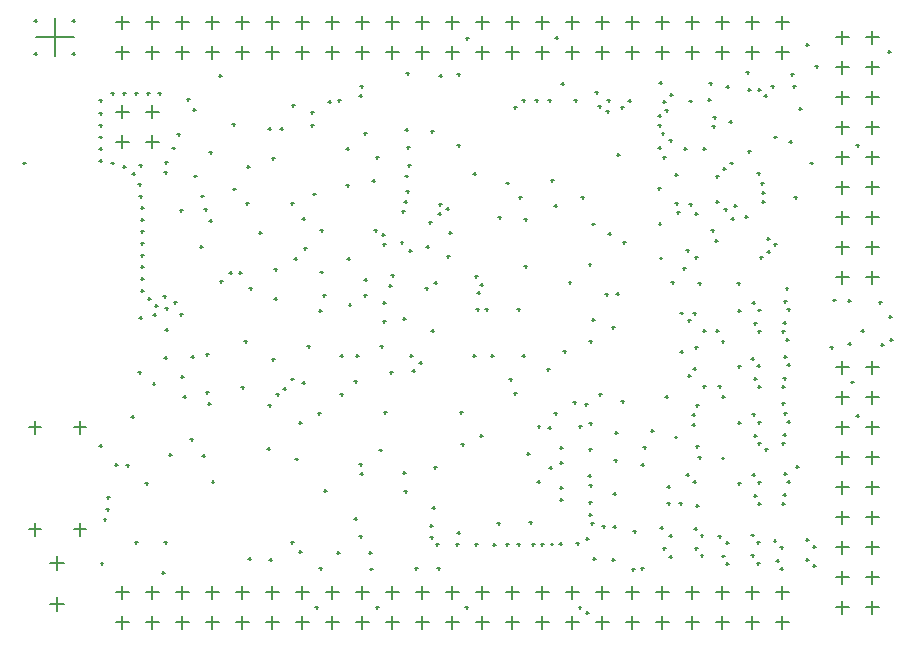
<source format=gbr>
%TF.GenerationSoftware,Altium Limited,Altium Designer,22.9.1 (49)*%
G04 Layer_Color=128*
%FSLAX45Y45*%
%MOMM*%
%TF.SameCoordinates,1DF69D78-5120-4B12-B4B9-43D88C5B1DD9*%
%TF.FilePolarity,Positive*%
%TF.FileFunction,Drillmap*%
%TF.Part,Single*%
G01*
G75*
%TA.AperFunction,NonConductor*%
%ADD684C,0.12700*%
D684*
X8073000Y2349500D02*
X8183000D01*
X8128000Y2294500D02*
Y2404500D01*
X8073000Y2095500D02*
X8183000D01*
X8128000Y2040500D02*
Y2150500D01*
X8073000Y1841500D02*
X8183000D01*
X8128000Y1786500D02*
Y1896500D01*
X8073000Y1587500D02*
X8183000D01*
X8128000Y1532500D02*
Y1642500D01*
X8073000Y1333500D02*
X8183000D01*
X8128000Y1278500D02*
Y1388500D01*
X8073000Y1079500D02*
X8183000D01*
X8128000Y1024500D02*
Y1134500D01*
X8073000Y825500D02*
X8183000D01*
X8128000Y770500D02*
Y880500D01*
X8327000Y2349500D02*
X8437000D01*
X8382000Y2294500D02*
Y2404500D01*
X8327000Y2095500D02*
X8437000D01*
X8382000Y2040500D02*
Y2150500D01*
X8327000Y1841500D02*
X8437000D01*
X8382000Y1786500D02*
Y1896500D01*
X8327000Y1587500D02*
X8437000D01*
X8382000Y1532500D02*
Y1642500D01*
X8327000Y1333500D02*
X8437000D01*
X8382000Y1278500D02*
Y1388500D01*
X8327000Y1079500D02*
X8437000D01*
X8382000Y1024500D02*
Y1134500D01*
X8327000Y825500D02*
X8437000D01*
X8382000Y770500D02*
Y880500D01*
X8073000Y571500D02*
X8183000D01*
X8128000Y516500D02*
Y626500D01*
X8073000Y317500D02*
X8183000D01*
X8128000Y262500D02*
Y372500D01*
X8327000Y571500D02*
X8437000D01*
X8382000Y516500D02*
Y626500D01*
X8327000Y317500D02*
X8437000D01*
X8382000Y262500D02*
Y372500D01*
X8073000Y5143500D02*
X8183000D01*
X8128000Y5088500D02*
Y5198500D01*
X8073000Y4889500D02*
X8183000D01*
X8128000Y4834500D02*
Y4944500D01*
X8073000Y4635500D02*
X8183000D01*
X8128000Y4580500D02*
Y4690500D01*
X8073000Y4381500D02*
X8183000D01*
X8128000Y4326500D02*
Y4436500D01*
X8073000Y4127500D02*
X8183000D01*
X8128000Y4072500D02*
Y4182500D01*
X8073000Y3873500D02*
X8183000D01*
X8128000Y3818500D02*
Y3928500D01*
X8073000Y3619500D02*
X8183000D01*
X8128000Y3564500D02*
Y3674500D01*
X8327000Y5143500D02*
X8437000D01*
X8382000Y5088500D02*
Y5198500D01*
X8327000Y4889500D02*
X8437000D01*
X8382000Y4834500D02*
Y4944500D01*
X8327000Y4635500D02*
X8437000D01*
X8382000Y4580500D02*
Y4690500D01*
X8327000Y4381500D02*
X8437000D01*
X8382000Y4326500D02*
Y4436500D01*
X8327000Y4127500D02*
X8437000D01*
X8382000Y4072500D02*
Y4182500D01*
X8327000Y3873500D02*
X8437000D01*
X8382000Y3818500D02*
Y3928500D01*
X8327000Y3619500D02*
X8437000D01*
X8382000Y3564500D02*
Y3674500D01*
X8073000Y3365500D02*
X8183000D01*
X8128000Y3310500D02*
Y3420500D01*
X8073000Y3111500D02*
X8183000D01*
X8128000Y3056500D02*
Y3166500D01*
X8327000Y3365500D02*
X8437000D01*
X8382000Y3310500D02*
Y3420500D01*
X8327000Y3111500D02*
X8437000D01*
X8382000Y3056500D02*
Y3166500D01*
X1977000Y190500D02*
X2087000D01*
X2032000Y135500D02*
Y245500D01*
X2231000Y190500D02*
X2341000D01*
X2286000Y135500D02*
Y245500D01*
X2485000Y190500D02*
X2595000D01*
X2540000Y135500D02*
Y245500D01*
X2739000Y190500D02*
X2849000D01*
X2794000Y135500D02*
Y245500D01*
X2993000Y190500D02*
X3103000D01*
X3048000Y135500D02*
Y245500D01*
X3247000Y190500D02*
X3357000D01*
X3302000Y135500D02*
Y245500D01*
X3501000Y190500D02*
X3611000D01*
X3556000Y135500D02*
Y245500D01*
X3755000Y190500D02*
X3865000D01*
X3810000Y135500D02*
Y245500D01*
X4009000Y190500D02*
X4119000D01*
X4064000Y135500D02*
Y245500D01*
X4263000Y190500D02*
X4373000D01*
X4318000Y135500D02*
Y245500D01*
X4517000Y190500D02*
X4627000D01*
X4572000Y135500D02*
Y245500D01*
X4771000Y190500D02*
X4881000D01*
X4826000Y135500D02*
Y245500D01*
X5025000Y190500D02*
X5135000D01*
X5080000Y135500D02*
Y245500D01*
X5279000Y190500D02*
X5389000D01*
X5334000Y135500D02*
Y245500D01*
X5533000Y190500D02*
X5643000D01*
X5588000Y135500D02*
Y245500D01*
X5787000Y190500D02*
X5897000D01*
X5842000Y135500D02*
Y245500D01*
X6041000Y190500D02*
X6151000D01*
X6096000Y135500D02*
Y245500D01*
X6295000Y190500D02*
X6405000D01*
X6350000Y135500D02*
Y245500D01*
X6549000Y190500D02*
X6659000D01*
X6604000Y135500D02*
Y245500D01*
X6803000Y190500D02*
X6913000D01*
X6858000Y135500D02*
Y245500D01*
X7057000Y190500D02*
X7167000D01*
X7112000Y135500D02*
Y245500D01*
X7311000Y190500D02*
X7421000D01*
X7366000Y135500D02*
Y245500D01*
X7565000Y190500D02*
X7675000D01*
X7620000Y135500D02*
Y245500D01*
X1977000Y444500D02*
X2087000D01*
X2032000Y389500D02*
Y499500D01*
X2231000Y444500D02*
X2341000D01*
X2286000Y389500D02*
Y499500D01*
X2485000Y444500D02*
X2595000D01*
X2540000Y389500D02*
Y499500D01*
X2739000Y444500D02*
X2849000D01*
X2794000Y389500D02*
Y499500D01*
X2993000Y444500D02*
X3103000D01*
X3048000Y389500D02*
Y499500D01*
X3247000Y444500D02*
X3357000D01*
X3302000Y389500D02*
Y499500D01*
X3501000Y444500D02*
X3611000D01*
X3556000Y389500D02*
Y499500D01*
X3755000Y444500D02*
X3865000D01*
X3810000Y389500D02*
Y499500D01*
X4009000Y444500D02*
X4119000D01*
X4064000Y389500D02*
Y499500D01*
X4263000Y444500D02*
X4373000D01*
X4318000Y389500D02*
Y499500D01*
X4517000Y444500D02*
X4627000D01*
X4572000Y389500D02*
Y499500D01*
X4771000Y444500D02*
X4881000D01*
X4826000Y389500D02*
Y499500D01*
X5025000Y444500D02*
X5135000D01*
X5080000Y389500D02*
Y499500D01*
X5279000Y444500D02*
X5389000D01*
X5334000Y389500D02*
Y499500D01*
X5533000Y444500D02*
X5643000D01*
X5588000Y389500D02*
Y499500D01*
X5787000Y444500D02*
X5897000D01*
X5842000Y389500D02*
Y499500D01*
X6041000Y444500D02*
X6151000D01*
X6096000Y389500D02*
Y499500D01*
X6295000Y444500D02*
X6405000D01*
X6350000Y389500D02*
Y499500D01*
X6549000Y444500D02*
X6659000D01*
X6604000Y389500D02*
Y499500D01*
X6803000Y444500D02*
X6913000D01*
X6858000Y389500D02*
Y499500D01*
X7057000Y444500D02*
X7167000D01*
X7112000Y389500D02*
Y499500D01*
X7311000Y444500D02*
X7421000D01*
X7366000Y389500D02*
Y499500D01*
X7565000Y444500D02*
X7675000D01*
X7620000Y389500D02*
Y499500D01*
X1977000Y5016500D02*
X2087000D01*
X2032000Y4961500D02*
Y5071500D01*
X2231000Y5016500D02*
X2341000D01*
X2286000Y4961500D02*
Y5071500D01*
X2485000Y5016500D02*
X2595000D01*
X2540000Y4961500D02*
Y5071500D01*
X2739000Y5016500D02*
X2849000D01*
X2794000Y4961500D02*
Y5071500D01*
X2993000Y5016500D02*
X3103000D01*
X3048000Y4961500D02*
Y5071500D01*
X3247000Y5016500D02*
X3357000D01*
X3302000Y4961500D02*
Y5071500D01*
X3501000Y5016500D02*
X3611000D01*
X3556000Y4961500D02*
Y5071500D01*
X3755000Y5016500D02*
X3865000D01*
X3810000Y4961500D02*
Y5071500D01*
X4009000Y5016500D02*
X4119000D01*
X4064000Y4961500D02*
Y5071500D01*
X4263000Y5016500D02*
X4373000D01*
X4318000Y4961500D02*
Y5071500D01*
X4517000Y5016500D02*
X4627000D01*
X4572000Y4961500D02*
Y5071500D01*
X4771000Y5016500D02*
X4881000D01*
X4826000Y4961500D02*
Y5071500D01*
X5025000Y5016500D02*
X5135000D01*
X5080000Y4961500D02*
Y5071500D01*
X5279000Y5016500D02*
X5389000D01*
X5334000Y4961500D02*
Y5071500D01*
X5533000Y5016500D02*
X5643000D01*
X5588000Y4961500D02*
Y5071500D01*
X5787000Y5016500D02*
X5897000D01*
X5842000Y4961500D02*
Y5071500D01*
X6041000Y5016500D02*
X6151000D01*
X6096000Y4961500D02*
Y5071500D01*
X6295000Y5016500D02*
X6405000D01*
X6350000Y4961500D02*
Y5071500D01*
X6549000Y5016500D02*
X6659000D01*
X6604000Y4961500D02*
Y5071500D01*
X6803000Y5016500D02*
X6913000D01*
X6858000Y4961500D02*
Y5071500D01*
X7057000Y5016500D02*
X7167000D01*
X7112000Y4961500D02*
Y5071500D01*
X7311000Y5016500D02*
X7421000D01*
X7366000Y4961500D02*
Y5071500D01*
X7565000Y5016500D02*
X7675000D01*
X7620000Y4961500D02*
Y5071500D01*
X1977000Y5270500D02*
X2087000D01*
X2032000Y5215500D02*
Y5325500D01*
X2231000Y5270500D02*
X2341000D01*
X2286000Y5215500D02*
Y5325500D01*
X2485000Y5270500D02*
X2595000D01*
X2540000Y5215500D02*
Y5325500D01*
X2739000Y5270500D02*
X2849000D01*
X2794000Y5215500D02*
Y5325500D01*
X2993000Y5270500D02*
X3103000D01*
X3048000Y5215500D02*
Y5325500D01*
X3247000Y5270500D02*
X3357000D01*
X3302000Y5215500D02*
Y5325500D01*
X3501000Y5270500D02*
X3611000D01*
X3556000Y5215500D02*
Y5325500D01*
X3755000Y5270500D02*
X3865000D01*
X3810000Y5215500D02*
Y5325500D01*
X4009000Y5270500D02*
X4119000D01*
X4064000Y5215500D02*
Y5325500D01*
X4263000Y5270500D02*
X4373000D01*
X4318000Y5215500D02*
Y5325500D01*
X4517000Y5270500D02*
X4627000D01*
X4572000Y5215500D02*
Y5325500D01*
X4771000Y5270500D02*
X4881000D01*
X4826000Y5215500D02*
Y5325500D01*
X5025000Y5270500D02*
X5135000D01*
X5080000Y5215500D02*
Y5325500D01*
X5279000Y5270500D02*
X5389000D01*
X5334000Y5215500D02*
Y5325500D01*
X5533000Y5270500D02*
X5643000D01*
X5588000Y5215500D02*
Y5325500D01*
X5787000Y5270500D02*
X5897000D01*
X5842000Y5215500D02*
Y5325500D01*
X6041000Y5270500D02*
X6151000D01*
X6096000Y5215500D02*
Y5325500D01*
X6295000Y5270500D02*
X6405000D01*
X6350000Y5215500D02*
Y5325500D01*
X6549000Y5270500D02*
X6659000D01*
X6604000Y5215500D02*
Y5325500D01*
X6803000Y5270500D02*
X6913000D01*
X6858000Y5215500D02*
Y5325500D01*
X7057000Y5270500D02*
X7167000D01*
X7112000Y5215500D02*
Y5325500D01*
X7311000Y5270500D02*
X7421000D01*
X7366000Y5215500D02*
Y5325500D01*
X7565000Y5270500D02*
X7675000D01*
X7620000Y5215500D02*
Y5325500D01*
X2231000Y4512400D02*
X2341000D01*
X2286000Y4457400D02*
Y4567400D01*
X2231000Y4258400D02*
X2341000D01*
X2286000Y4203400D02*
Y4313400D01*
X1977000Y4512400D02*
X2087000D01*
X2032000Y4457400D02*
Y4567400D01*
X1977000Y4258400D02*
X2087000D01*
X2032000Y4203400D02*
Y4313400D01*
X1619500Y978000D02*
X1724500D01*
X1672000Y925500D02*
Y1030500D01*
X1239500Y978000D02*
X1344500D01*
X1292000Y925500D02*
Y1030500D01*
X1619500Y1842000D02*
X1724500D01*
X1672000Y1789500D02*
Y1894500D01*
X1239500Y1842000D02*
X1344500D01*
X1292000Y1789500D02*
Y1894500D01*
X1300500Y5143500D02*
X1620500D01*
X1460500Y4983500D02*
Y5303500D01*
X1420000Y695000D02*
X1540000D01*
X1480000Y635000D02*
Y755000D01*
X1420000Y345000D02*
X1540000D01*
X1480000Y285000D02*
Y405000D01*
X6856514Y1862609D02*
X6881514D01*
X6869014Y1850110D02*
Y1875109D01*
X6505297Y1814703D02*
X6530297D01*
X6517797Y1802203D02*
Y1827203D01*
X6187366Y1000972D02*
X6212366D01*
X6199866Y988472D02*
Y1013472D01*
X6096603Y1006144D02*
X6121603D01*
X6109103Y993644D02*
Y1018643D01*
X6067500Y2120000D02*
X6092500D01*
X6080000Y2107500D02*
Y2132500D01*
X6425796Y1525486D02*
X6450795D01*
X6438295Y1512986D02*
Y1537985D01*
X5897500Y1850000D02*
X5922500D01*
X5910000Y1837500D02*
Y1862500D01*
X5547500Y1850000D02*
X5572500D01*
X5560000Y1837500D02*
Y1862500D01*
X5637500Y1840000D02*
X5662500D01*
X5650000Y1827500D02*
Y1852500D01*
X6017500Y730000D02*
X6042500D01*
X6030000Y717500D02*
Y742500D01*
X6177500Y722500D02*
X6202500D01*
X6190000Y710000D02*
Y735000D01*
X5978147Y1431763D02*
X6003147D01*
X5990647Y1419263D02*
Y1444263D01*
X5986267Y1352460D02*
X6011267D01*
X5998767Y1339960D02*
Y1364959D01*
X6256105Y2061571D02*
X6281105D01*
X6268605Y2049072D02*
Y2074071D01*
X6200890Y1796625D02*
X6225890D01*
X6213390Y1784125D02*
Y1809124D01*
X5982191Y1205648D02*
X6007191D01*
X5994691Y1193148D02*
Y1218148D01*
X5982500Y1655430D02*
X6007500D01*
X5995000Y1642930D02*
Y1667929D01*
X5957500Y900000D02*
X5982500D01*
X5970000Y887500D02*
Y912500D01*
X5997518Y1029913D02*
X6022517D01*
X6010017Y1017413D02*
Y1042413D01*
X5982478Y1103390D02*
X6007478D01*
X5994978Y1090890D02*
Y1115890D01*
X6189045Y1278754D02*
X6214044D01*
X6201545Y1266255D02*
Y1291254D01*
X6357500Y960000D02*
X6382500D01*
X6370000Y947500D02*
Y972500D01*
X5955133Y272699D02*
X5980133D01*
X5967633Y260199D02*
Y285199D01*
X5894940Y317440D02*
X5919939D01*
X5907440Y304940D02*
Y329939D01*
X6422885Y647909D02*
X6447885D01*
X6435385Y635409D02*
Y660409D01*
X6347500Y640000D02*
X6372500D01*
X6360000Y627500D02*
Y652500D01*
X5877500Y859213D02*
X5902500D01*
X5890000Y846714D02*
Y871713D01*
X6195614Y1563868D02*
X6220614D01*
X6208114Y1551368D02*
Y1576367D01*
X5985675Y1875000D02*
X6010674D01*
X5998174Y1862500D02*
Y1887500D01*
X5732500Y855000D02*
X5757500D01*
X5745000Y842500D02*
Y867499D01*
X5657506Y854056D02*
X5682506D01*
X5670006Y841557D02*
Y866556D01*
X5478677Y1038661D02*
X5503677D01*
X5491177Y1026161D02*
Y1051161D01*
X5577202Y850942D02*
X5602202D01*
X5589702Y838443D02*
Y863442D01*
X5497020Y852861D02*
X5522020D01*
X5509520Y840361D02*
Y865361D01*
X5377500Y850000D02*
X5402500D01*
X5390000Y837500D02*
Y862500D01*
X5207500Y1030000D02*
X5232500D01*
X5220000Y1017500D02*
Y1042500D01*
X5166839Y848294D02*
X5191838D01*
X5179338Y835795D02*
Y860794D01*
X5852080Y2053954D02*
X5877080D01*
X5864580Y2041455D02*
Y2066454D01*
X5947500Y2038584D02*
X5972500D01*
X5960000Y2026084D02*
Y2051084D01*
X7107500Y2100000D02*
X7132500D01*
X7120000Y2087500D02*
Y2112500D01*
X7077500Y2190000D02*
X7102500D01*
X7090000Y2177500D02*
Y2202500D01*
X6947500Y2190000D02*
X6972500D01*
X6960000Y2177500D02*
Y2202500D01*
X6947500Y2660000D02*
X6972500D01*
X6960000Y2647500D02*
Y2672500D01*
X7057500Y2660000D02*
X7082500D01*
X7070000Y2647500D02*
Y2672500D01*
X6907500Y3060000D02*
X6932500D01*
X6920000Y3047500D02*
Y3072500D01*
X3857500Y4612500D02*
X3882500D01*
X3870000Y4600000D02*
Y4625000D01*
X4427500Y4360000D02*
X4452500D01*
X4440000Y4347500D02*
Y4372500D01*
X1288000Y5283500D02*
X1313000D01*
X1300500Y5271000D02*
Y5296000D01*
X1288000Y5003500D02*
X1313000D01*
X1300500Y4991000D02*
Y5016000D01*
X1608000Y5003500D02*
X1633000D01*
X1620500Y4991000D02*
Y5016000D01*
X1608000Y5283500D02*
X1633000D01*
X1620500Y5271000D02*
Y5296000D01*
X4670247Y1503402D02*
X4695247D01*
X4682747Y1490903D02*
Y1515902D01*
X7366277Y2898539D02*
X7391277D01*
X7378777Y2886039D02*
Y2911039D01*
X7367569Y1441414D02*
X7392569D01*
X7380069Y1428915D02*
Y1453914D01*
X7364672Y1951459D02*
X7389672D01*
X7377172Y1938960D02*
Y1963959D01*
X7411890Y1885414D02*
X7436890D01*
X7424390Y1872914D02*
Y1897913D01*
X6060313Y4562155D02*
X6085313D01*
X6072813Y4549655D02*
Y4574655D01*
X6129904Y4518397D02*
X6154903D01*
X6142404Y4505898D02*
Y4530897D01*
X6037500Y4680000D02*
X6062500D01*
X6050000Y4667500D02*
Y4692500D01*
X6577500Y4757500D02*
X6602500D01*
X6590000Y4745000D02*
Y4770000D01*
X6217500Y4150000D02*
X6242500D01*
X6230000Y4137500D02*
Y4162500D01*
X6647500Y1200000D02*
X6672500D01*
X6660000Y1187500D02*
Y1212500D01*
X6647500Y1340000D02*
X6672500D01*
X6660000Y1327500D02*
Y1352500D01*
X6007024Y2752748D02*
X6032023D01*
X6019524Y2740248D02*
Y2765248D01*
X6005625Y3563595D02*
X6030625D01*
X6018125Y3551095D02*
Y3576095D01*
X5216757Y3621307D02*
X5241757D01*
X5229257Y3608807D02*
Y3633807D01*
X5690823Y1959998D02*
X5715822D01*
X5703323Y1947498D02*
Y1972498D01*
X6708882Y3978618D02*
X6733882D01*
X6721382Y3966118D02*
Y3991117D01*
X6607500Y4130000D02*
X6632500D01*
X6620000Y4117500D02*
Y4142500D01*
X6563980Y3867338D02*
X6588980D01*
X6576480Y3854838D02*
Y3879838D01*
X6571988Y3564515D02*
X6596988D01*
X6584488Y3552015D02*
Y3577015D01*
X6887500Y1180000D02*
X6912500D01*
X6900000Y1167500D02*
Y1192500D01*
X7631469Y1449224D02*
X7656468D01*
X7643968Y1436724D02*
Y1461724D01*
X7613705Y2047500D02*
X7638705D01*
X7626205Y2035000D02*
Y2060000D01*
X7616393Y2185388D02*
X7641393D01*
X7628893Y2172888D02*
Y2197887D01*
X7650779Y2583984D02*
X7675778D01*
X7663279Y2571484D02*
Y2596484D01*
X7661036Y2370298D02*
X7686036D01*
X7673536Y2357798D02*
Y2382798D01*
X7631469Y2439223D02*
X7656468D01*
X7643968Y2426724D02*
Y2451723D01*
X7647500Y3020000D02*
X7672500D01*
X7660000Y3007500D02*
Y3032500D01*
X7472612Y1656801D02*
X7497612D01*
X7485112Y1644302D02*
Y1669301D01*
X7377909Y1772427D02*
X7402909D01*
X7390409Y1759927D02*
Y1784927D01*
X7412623Y1705944D02*
X7437622D01*
X7425123Y1693444D02*
Y1718444D01*
X6747500Y1200000D02*
X6772500D01*
X6760000Y1187500D02*
Y1212500D01*
X4228081Y3471270D02*
X4253081D01*
X4240581Y3458771D02*
Y3483770D01*
X4165318Y3512327D02*
X4190317D01*
X4177817Y3499827D02*
Y3524827D01*
X4237500Y3390000D02*
X4262500D01*
X4250000Y3377500D02*
Y3402500D01*
X6580629Y3275707D02*
X6605629D01*
X6593129Y3263207D02*
Y3288207D01*
X4047500Y4730000D02*
X4072500D01*
X4060000Y4717500D02*
Y4742500D01*
X4037500Y4650000D02*
X4062500D01*
X4050000Y4637500D02*
Y4662500D01*
X3777500Y4600000D02*
X3802500D01*
X3790000Y4587500D02*
Y4612500D01*
X4637500Y910000D02*
X4662500D01*
X4650000Y897500D02*
Y922500D01*
X4687500Y850000D02*
X4712500D01*
X4700000Y837500D02*
Y862500D01*
X4869730Y950913D02*
X4894730D01*
X4882230Y938413D02*
Y963413D01*
X4713406Y3732344D02*
X4738405D01*
X4725905Y3719844D02*
Y3744844D01*
X4776195Y3691326D02*
X4801195D01*
X4788695Y3678826D02*
Y3703826D01*
X3567500Y3360000D02*
X3592500D01*
X3580000Y3347500D02*
Y3372500D01*
X3627500Y4400000D02*
X3652500D01*
X3640000Y4387500D02*
Y4412500D01*
X8437500Y2900000D02*
X8462500D01*
X8450000Y2887500D02*
Y2912500D01*
X4887500Y1970000D02*
X4912500D01*
X4900000Y1957500D02*
Y1982500D01*
X2967500Y3860000D02*
X2992500D01*
X2980000Y3847500D02*
Y3872500D01*
X2627500Y4532833D02*
X2652500D01*
X2640000Y4520333D02*
Y4545333D01*
X6253122Y4553521D02*
X6278122D01*
X6265622Y4541022D02*
Y4566021D01*
X4387500Y3410000D02*
X4412500D01*
X4400000Y3397500D02*
Y3422500D01*
X4457647Y3335306D02*
X4482646D01*
X4470147Y3322806D02*
Y3347806D01*
X7147237Y4723983D02*
X7172237D01*
X7159737Y4711484D02*
Y4736483D01*
X7003027Y4754889D02*
X7028027D01*
X7015527Y4742389D02*
Y4767389D01*
X7036636Y4466648D02*
X7061635D01*
X7049136Y4454148D02*
Y4479148D01*
X7028626Y4389700D02*
X7053625D01*
X7041126Y4377201D02*
Y4402200D01*
X7527500Y4730000D02*
X7552500D01*
X7540000Y4717500D02*
Y4742500D01*
X7690000Y4830000D02*
X7715000D01*
X7702500Y4817500D02*
Y4842500D01*
X3527500Y1880000D02*
X3552500D01*
X3540000Y1867500D02*
Y1892500D01*
X5457500Y1620000D02*
X5482500D01*
X5470000Y1607500D02*
Y1632500D01*
X7660330Y1890000D02*
X7685330D01*
X7672830Y1877500D02*
Y1902500D01*
X7723277Y3790405D02*
X7748277D01*
X7735777Y3777905D02*
Y3802905D01*
X5307500Y2250000D02*
X5332500D01*
X5320000Y2237500D02*
Y2262500D01*
X4997500Y2450000D02*
X5022500D01*
X5010000Y2437500D02*
Y2462500D01*
X3457500Y3739832D02*
X3482500D01*
X3470000Y3727333D02*
Y3752332D01*
X2455299Y4206829D02*
X2480298D01*
X2467798Y4194329D02*
Y4219328D01*
X6865125Y2338752D02*
X6890125D01*
X6877625Y2326252D02*
Y2351252D01*
X6177500Y2690000D02*
X6202500D01*
X6190000Y2677500D02*
Y2702500D01*
X3646360Y3817500D02*
X3671360D01*
X3658860Y3805000D02*
Y3830000D01*
X5027500Y2840000D02*
X5052500D01*
X5040000Y2827500D02*
Y2852500D01*
X4407500Y2760000D02*
X4432500D01*
X4420000Y2747500D02*
Y2772500D01*
X4625754Y3580186D02*
X4650753D01*
X4638253Y3567686D02*
Y3592686D01*
X6678250Y3072093D02*
X6703249D01*
X6690750Y3059593D02*
Y3084593D01*
X2495730Y4322875D02*
X2520730D01*
X2508230Y4310375D02*
Y4335375D01*
X6786617Y4199151D02*
X6811617D01*
X6799117Y4186651D02*
Y4211650D01*
X5737500Y1670000D02*
X5762500D01*
X5750000Y1657500D02*
Y1682500D01*
X5735173Y1541987D02*
X5760172D01*
X5747673Y1529487D02*
Y1554487D01*
X5767500Y2486550D02*
X5792500D01*
X5780000Y2474050D02*
Y2499050D01*
X4487500Y2320000D02*
X4512500D01*
X4500000Y2307500D02*
Y2332500D01*
X4903075Y1699320D02*
X4928075D01*
X4915575Y1686821D02*
Y1711820D01*
X1873252Y1064249D02*
X1898251D01*
X1885752Y1051749D02*
Y1076748D01*
X1897500Y1150000D02*
X1922500D01*
X1910000Y1137500D02*
Y1162500D01*
X5917500Y3790000D02*
X5942500D01*
X5930000Y3777500D02*
Y3802500D01*
X5687500Y3720000D02*
X5712500D01*
X5700000Y3707500D02*
Y3732500D01*
X5004932Y3989517D02*
X5029932D01*
X5017432Y3977017D02*
Y4002016D01*
X7735000Y1508948D02*
X7760000D01*
X7747500Y1496448D02*
Y1521448D01*
X7616393Y1705388D02*
X7641393D01*
X7628893Y1692888D02*
Y1717888D01*
X1835387Y1685174D02*
X1860386D01*
X1847887Y1672674D02*
Y1697674D01*
X3497107Y1573840D02*
X3522106D01*
X3509606Y1561340D02*
Y1586340D01*
X4636505Y1010000D02*
X4661505D01*
X4649005Y997500D02*
Y1022500D01*
X7411900Y4699156D02*
X7436900D01*
X7424400Y4686657D02*
Y4711656D01*
X7315819Y4846500D02*
X7340819D01*
X7328319Y4834000D02*
Y4859000D01*
X7327500Y4700000D02*
X7352500D01*
X7340000Y4687500D02*
Y4712500D01*
X5810116Y3070065D02*
X5835116D01*
X5822616Y3057565D02*
Y3082565D01*
X6442005Y1671541D02*
X6467005D01*
X6454505Y1659042D02*
Y1684041D01*
X2427500Y1610000D02*
X2452500D01*
X2440000Y1597500D02*
Y1622500D01*
X2167500Y2310000D02*
X2192500D01*
X2180000Y2297500D02*
Y2322500D01*
X7406179Y2365207D02*
X7431178D01*
X7418679Y2352707D02*
Y2377706D01*
X7355941Y2420895D02*
X7380941D01*
X7368441Y2408395D02*
Y2433395D01*
X6315443Y4608869D02*
X6340443D01*
X6327943Y4596369D02*
Y4621368D01*
X7047500Y3420000D02*
X7072500D01*
X7060000Y3407500D02*
Y3432500D01*
X7017500Y3510000D02*
X7042500D01*
X7030000Y3497500D02*
Y3522500D01*
X6877500Y3650000D02*
X6902500D01*
X6890000Y3637500D02*
Y3662500D01*
X7493234Y3328738D02*
X7518234D01*
X7505734Y3316238D02*
Y3341238D01*
X6713794Y3740410D02*
X6738793D01*
X6726293Y3727911D02*
Y3752910D01*
X7437500Y3910000D02*
X7462500D01*
X7450000Y3897500D02*
Y3922500D01*
X7447543Y3830000D02*
X7472543D01*
X7460043Y3817500D02*
Y3842500D01*
X7447500Y3750000D02*
X7472500D01*
X7460000Y3737500D02*
Y3762500D01*
X7301583Y3623987D02*
X7326582D01*
X7314082Y3611487D02*
Y3636487D01*
X7055666Y3969168D02*
X7080666D01*
X7068166Y3956668D02*
Y3981668D01*
X7207500Y3720000D02*
X7232500D01*
X7220000Y3707500D02*
Y3732500D01*
X7187500Y3610000D02*
X7212500D01*
X7200000Y3597500D02*
Y3622500D01*
X7406258Y3994981D02*
X7431258D01*
X7418758Y3982481D02*
Y4007481D01*
X7857500Y4080000D02*
X7882500D01*
X7870000Y4067500D02*
Y4092500D01*
X8512322Y5021488D02*
X8537322D01*
X8524822Y5008988D02*
Y5033988D01*
X7127500Y3690000D02*
X7152500D01*
X7140000Y3677500D02*
Y3702500D01*
X8455129Y2543086D02*
X8480129D01*
X8467629Y2530586D02*
Y2555586D01*
X7547500Y3390000D02*
X7572500D01*
X7560000Y3377500D02*
Y3402500D01*
X8047500Y2920000D02*
X8072500D01*
X8060000Y2907500D02*
Y2932500D01*
X8288541Y2657970D02*
X8313540D01*
X8301041Y2645470D02*
Y2670470D01*
X7487500Y3440000D02*
X7512500D01*
X7500000Y3427500D02*
Y3452500D01*
X7631468Y2909224D02*
X7656468D01*
X7643968Y2896724D02*
Y2921723D01*
X7661036Y2840298D02*
X7686035D01*
X7673536Y2827798D02*
Y2852798D01*
X8179320Y2549928D02*
X8204320D01*
X8191820Y2537428D02*
Y2562428D01*
X8026842Y2519342D02*
X8051841D01*
X8039342Y2506842D02*
Y2531842D01*
X8529936Y2581621D02*
X8554936D01*
X8542436Y2569122D02*
Y2594121D01*
X6877500Y3280000D02*
X6902500D01*
X6890000Y3267500D02*
Y3292500D01*
X7427500Y3280000D02*
X7452500D01*
X7440000Y3267500D02*
Y3292500D01*
X6831192Y3732214D02*
X6856192D01*
X6843692Y3719714D02*
Y3744714D01*
X7117500Y4030000D02*
X7142500D01*
X7130000Y4017500D02*
Y4042500D01*
X7177500Y4080000D02*
X7202500D01*
X7190000Y4067500D02*
Y4092500D01*
X7055933Y3750256D02*
X7080932D01*
X7068432Y3737756D02*
Y3762756D01*
X6267500Y3410000D02*
X6292500D01*
X6280000Y3397500D02*
Y3422500D01*
X6147500Y3480000D02*
X6172500D01*
X6160000Y3467500D02*
Y3492500D01*
X6726105Y3663204D02*
X6751105D01*
X6738605Y3650704D02*
Y3675704D01*
X6807500Y3340000D02*
X6832500D01*
X6820000Y3327500D02*
Y3352500D01*
X5660000Y3935000D02*
X5685000D01*
X5672500Y3922500D02*
Y3947500D01*
X6777500Y3190000D02*
X6802500D01*
X6790000Y3177500D02*
Y3202500D01*
X7678819Y4259599D02*
X7703818D01*
X7691319Y4247099D02*
Y4272099D01*
X7412622Y2655943D02*
X7437622D01*
X7425122Y2643444D02*
Y2668443D01*
X7616393Y2655388D02*
X7641393D01*
X7628893Y2642888D02*
Y2667887D01*
X8198073Y2225834D02*
X8223073D01*
X8210573Y2213334D02*
Y2238334D01*
X8247500Y1940000D02*
X8272500D01*
X8260000Y1927500D02*
Y1952500D01*
X5737500Y1230000D02*
X5762500D01*
X5750000Y1217500D02*
Y1242500D01*
X5624220Y2335000D02*
X5649220D01*
X5636720Y2322500D02*
Y2347500D01*
X5417500Y2450000D02*
X5442500D01*
X5430000Y2437500D02*
Y2462500D01*
X5435000Y3601930D02*
X5460000D01*
X5447500Y3589430D02*
Y3614429D01*
X5435000Y3206821D02*
X5460000D01*
X5447500Y3194321D02*
Y3219321D01*
X3997502Y1070000D02*
X4022502D01*
X4010002Y1057501D02*
Y1082500D01*
X6817882Y2280300D02*
X6842882D01*
X6830382Y2267800D02*
Y2292800D01*
X6627500Y2100000D02*
X6652500D01*
X6640000Y2087500D02*
Y2112500D01*
X6887500Y2029926D02*
X6912499D01*
X6899999Y2017426D02*
Y2042426D01*
X6857500Y1950000D02*
X6882500D01*
X6870000Y1937500D02*
Y1962500D01*
X6587684Y990000D02*
X6612684D01*
X6600184Y977500D02*
Y1002500D01*
X6570000Y4400000D02*
X6595000D01*
X6582500Y4387500D02*
Y4412500D01*
X6570000Y4210000D02*
X6595000D01*
X6582500Y4197500D02*
Y4222500D01*
X6570000Y4480000D02*
X6595000D01*
X6582500Y4467500D02*
Y4492500D01*
X5857500Y4610000D02*
X5882500D01*
X5870000Y4597500D02*
Y4622500D01*
X6137500Y4610000D02*
X6162500D01*
X6150000Y4597500D02*
Y4622500D01*
X6707500Y1760000D02*
X6732500D01*
X6720000Y1747500D02*
Y1772500D01*
X5737500Y1330000D02*
X5762500D01*
X5750000Y1317500D02*
Y1342500D01*
X5647500Y1500000D02*
X5672500D01*
X5660000Y1487500D02*
Y1512500D01*
X6877500Y2520500D02*
X6902499D01*
X6889999Y2508000D02*
Y2533000D01*
X7237500Y3060000D02*
X7262500D01*
X7250000Y3047500D02*
Y3072500D01*
X6597500Y4330000D02*
X6622500D01*
X6610000Y4317500D02*
Y4342500D01*
X7547500Y4300000D02*
X7572500D01*
X7560000Y4287500D02*
Y4312500D01*
X6757500Y2810000D02*
X6782500D01*
X6770000Y2797500D02*
Y2822500D01*
X7327500Y4180000D02*
X7352500D01*
X7340000Y4167500D02*
Y4192500D01*
X7629090Y2259305D02*
X7654090D01*
X7641590Y2246805D02*
Y2271805D01*
X6907500Y1590000D02*
X6932500D01*
X6920000Y1577500D02*
Y1602500D01*
X7077500Y920000D02*
X7102500D01*
X7090000Y907500D02*
Y932500D01*
X6607500Y820000D02*
X6632500D01*
X6620000Y807500D02*
Y832500D01*
X8247500Y4230000D02*
X8272500D01*
X8260000Y4217500D02*
Y4242500D01*
X5987500Y2570002D02*
X6012500D01*
X6000000Y2557503D02*
Y2582502D01*
X6215000Y2974850D02*
X6240000D01*
X6227500Y2962350D02*
Y2987350D01*
X4857500Y850000D02*
X4882500D01*
X4870000Y837500D02*
Y862500D01*
X6832499Y4605000D02*
X6857499D01*
X6844999Y4592500D02*
Y4617500D01*
X5017500Y850000D02*
X5042500D01*
X5030000Y837500D02*
Y862500D01*
X5545996Y1379465D02*
X5570995D01*
X5558495Y1366965D02*
Y1391964D01*
X6947500Y4200000D02*
X6972500D01*
X6960000Y4187500D02*
Y4212500D01*
X7402500Y870298D02*
X7427500D01*
X7415000Y857798D02*
Y882798D01*
X7411890Y1375413D02*
X7436890D01*
X7424390Y1362913D02*
Y1387913D01*
X6874467Y983033D02*
X6899467D01*
X6886967Y970533D02*
Y995532D01*
X6927500Y930000D02*
X6952500D01*
X6940000Y917500D02*
Y942500D01*
X6927500Y760000D02*
X6952500D01*
X6940000Y747500D02*
Y772500D01*
X7405377Y692123D02*
X7430377D01*
X7417877Y679623D02*
Y704623D01*
X7359090Y759305D02*
X7384090D01*
X7371590Y746805D02*
Y771805D01*
X7877500Y670000D02*
X7902500D01*
X7890000Y657500D02*
Y682500D01*
X7819090Y719305D02*
X7844090D01*
X7831590Y706805D02*
Y731805D01*
X7817500Y890000D02*
X7842500D01*
X7830000Y877500D02*
Y902500D01*
X7877500Y830298D02*
X7902500D01*
X7890000Y817798D02*
Y842797D01*
X7357357Y930190D02*
X7382357D01*
X7369857Y917690D02*
Y942690D01*
X2857500Y3080000D02*
X2882500D01*
X2870000Y3067500D02*
Y3092500D01*
X2517500Y2800000D02*
X2542500D01*
X2530000Y2787500D02*
Y2812500D01*
X3018817Y3150000D02*
X3043817D01*
X3031317Y3137500D02*
Y3162500D01*
X3487500Y3270000D02*
X3512500D01*
X3500000Y3257500D02*
Y3282500D01*
X4657500Y1160000D02*
X4682500D01*
X4670000Y1147500D02*
Y1172500D01*
X2937500Y3150000D02*
X2962500D01*
X2950000Y3137500D02*
Y3162500D01*
X3318158Y2930659D02*
X3343158D01*
X3330658Y2918159D02*
Y2943159D01*
X4237500Y2740000D02*
X4262500D01*
X4250000Y2727500D02*
Y2752500D01*
X4647500Y2660000D02*
X4672500D01*
X4660000Y2647500D02*
Y2672500D01*
X5377500Y2840000D02*
X5402500D01*
X5390000Y2827500D02*
Y2852500D01*
X5979585Y3221698D02*
X6004584D01*
X5992085Y3209199D02*
Y3234198D01*
X2296192Y2793662D02*
X2321191D01*
X2308692Y2781162D02*
Y2806162D01*
X2397500Y2670000D02*
X2422500D01*
X2410000Y2657500D02*
Y2682500D01*
X2387500Y2430000D02*
X2412500D01*
X2400000Y2417500D02*
Y2442500D01*
X3527500Y790000D02*
X3552500D01*
X3540000Y777500D02*
Y802500D01*
X3457500Y870000D02*
X3482500D01*
X3470000Y857500D02*
Y882500D01*
X6661890Y925413D02*
X6686890D01*
X6674390Y912913D02*
Y937913D01*
X6879090Y819305D02*
X6904090D01*
X6891590Y806805D02*
Y831805D01*
X7142623Y685944D02*
X7167622D01*
X7155123Y673444D02*
Y698443D01*
X7602623Y645943D02*
X7627623D01*
X7615123Y633443D02*
Y658443D01*
X6867500Y1380000D02*
X6892499D01*
X6879999Y1367500D02*
Y1392500D01*
X6807500Y1440000D02*
X6832499D01*
X6820000Y1427500D02*
Y1452500D01*
X6757500Y2480000D02*
X6782500D01*
X6770000Y2467500D02*
Y2492500D01*
X7105663Y1582361D02*
X7130663D01*
X7118163Y1569861D02*
Y1594861D01*
X7105663Y2572361D02*
X7130663D01*
X7118163Y2559861D02*
Y2584860D01*
X7107909Y752426D02*
X7132909D01*
X7120409Y739926D02*
Y764926D01*
X7141890Y865413D02*
X7166890D01*
X7154390Y852913D02*
Y877913D01*
X6662623Y745943D02*
X6687622D01*
X6675123Y733443D02*
Y758443D01*
X7567909Y712426D02*
X7592909D01*
X7580409Y699926D02*
Y724926D01*
X7545941Y880895D02*
X7570941D01*
X7558441Y868395D02*
Y893394D01*
X7601891Y825413D02*
X7626890D01*
X7614390Y812913D02*
Y837912D01*
X7629090Y2729305D02*
X7654089D01*
X7641589Y2716805D02*
Y2741805D01*
X7377909Y2722426D02*
X7402909D01*
X7390409Y2709926D02*
Y2734926D01*
X7411890Y2835413D02*
X7436890D01*
X7424390Y2822913D02*
Y2847913D01*
X7241233Y2830000D02*
X7266233D01*
X7253733Y2817500D02*
Y2842500D01*
X6817882Y2750300D02*
X6842882D01*
X6830382Y2737800D02*
Y2762800D01*
X6865125Y2808752D02*
X6890125D01*
X6877625Y2796252D02*
Y2821252D01*
X7377909Y2252426D02*
X7402909D01*
X7390409Y2239926D02*
Y2264926D01*
X7412623Y2185943D02*
X7437622D01*
X7425123Y2173443D02*
Y2198443D01*
X7241233Y2360000D02*
X7266233D01*
X7253733Y2347500D02*
Y2372500D01*
X7629090Y1779306D02*
X7654090D01*
X7641590Y1766806D02*
Y1791806D01*
X7631469Y1959224D02*
X7656468D01*
X7643968Y1946724D02*
Y1971724D01*
X7616393Y1195388D02*
X7641393D01*
X7628893Y1182888D02*
Y1207888D01*
X7629090Y1269305D02*
X7654090D01*
X7641590Y1256805D02*
Y1281805D01*
X7661036Y1380298D02*
X7686036D01*
X7673536Y1367798D02*
Y1392798D01*
X6887500Y1680000D02*
X6912500D01*
X6900000Y1667500D02*
Y1692500D01*
X7241233Y1880001D02*
X7266233D01*
X7253733Y1867501D02*
Y1892500D01*
X7241233Y1370000D02*
X7266233D01*
X7253733Y1357500D02*
Y1382500D01*
X7377909Y1262426D02*
X7402909D01*
X7390409Y1249926D02*
Y1274926D01*
X7412623Y1195944D02*
X7437622D01*
X7425123Y1183444D02*
Y1208443D01*
X5103760Y2841998D02*
X5128759D01*
X5116260Y2829499D02*
Y2854498D01*
X5152500Y2450000D02*
X5177500D01*
X5165000Y2437500D02*
Y2462500D01*
X4698158Y650658D02*
X4723158D01*
X4710658Y638158D02*
Y663158D01*
X3699676Y646743D02*
X3724676D01*
X3712176Y634243D02*
Y659243D01*
X4127500Y642500D02*
X4152500D01*
X4140000Y630000D02*
Y655000D01*
X4117500Y780000D02*
X4142500D01*
X4130000Y767500D02*
Y792500D01*
X3847500Y780000D02*
X3872500D01*
X3860000Y767500D02*
Y792500D01*
X4037500Y920000D02*
X4062500D01*
X4050000Y907500D02*
Y932500D01*
X2547500Y2100000D02*
X2572500D01*
X2560000Y2087500D02*
Y2112500D01*
X3087500Y4050000D02*
X3112500D01*
X3100000Y4037500D02*
Y4062500D01*
X5061217Y3051151D02*
X5086217D01*
X5073717Y3038651D02*
Y3063651D01*
X5037500Y2980000D02*
X5062500D01*
X5050000Y2967500D02*
Y2992500D01*
X5017500Y3120000D02*
X5042500D01*
X5030000Y3107500D02*
Y3132500D01*
X4777500Y3290000D02*
X4802500D01*
X4790000Y3277500D02*
Y3302500D01*
X3597500Y2530000D02*
X3622500D01*
X3610000Y2517500D02*
Y2542500D01*
X3877500Y2450000D02*
X3902500D01*
X3890000Y2437500D02*
Y2462500D01*
X4007500Y2450000D02*
X4032500D01*
X4020000Y2437500D02*
Y2462500D01*
X4217500Y2530000D02*
X4242500D01*
X4230000Y2517500D02*
Y2542500D01*
X4297500Y2309998D02*
X4322500D01*
X4310000Y2297498D02*
Y2322498D01*
X4597500Y3020000D02*
X4622500D01*
X4610000Y3007500D02*
Y3032500D01*
X4417500Y1300000D02*
X4442500D01*
X4430000Y1287500D02*
Y1312500D01*
X4239247Y2897500D02*
X4264246D01*
X4251747Y2885000D02*
Y2910000D01*
X6121619Y2970000D02*
X6146619D01*
X6134119Y2957500D02*
Y2982500D01*
X5387500Y3790000D02*
X5412500D01*
X5400000Y3777500D02*
Y3802500D01*
X5283538Y3910717D02*
X5308538D01*
X5296038Y3898218D02*
Y3923217D01*
X4867500Y4230000D02*
X4892500D01*
X4880000Y4217500D02*
Y4242500D01*
X5637502Y4609998D02*
X5662501D01*
X5650001Y4597499D02*
Y4622498D01*
X4642912Y4350000D02*
X4667912D01*
X4655412Y4337500D02*
Y4362500D01*
X4707500Y3650000D02*
X4732500D01*
X4720000Y3637500D02*
Y3662500D01*
X4797500Y3490000D02*
X4822500D01*
X4810000Y3477500D02*
Y3502500D01*
X4672614Y3064220D02*
X4697614D01*
X4685114Y3051720D02*
Y3076720D01*
X4397500Y3670000D02*
X4422500D01*
X4410000Y3657500D02*
Y3682500D01*
X8521171Y2778866D02*
X8546170D01*
X8533671Y2766367D02*
Y2791366D01*
X3257500Y1660000D02*
X3282500D01*
X3270000Y1647500D02*
Y1672500D01*
X5277500Y850000D02*
X5302500D01*
X5290000Y837500D02*
Y862500D01*
X4177500Y4130000D02*
X4202500D01*
X4190000Y4117500D02*
Y4142500D01*
X5347500Y2130000D02*
X5372500D01*
X5360000Y2117500D02*
Y2142500D01*
X5057500Y1770000D02*
X5082500D01*
X5070000Y1757500D02*
Y1782500D01*
X3187500Y3490000D02*
X3212500D01*
X3200000Y3477500D02*
Y3502500D01*
X2687500Y3370000D02*
X2712500D01*
X2700000Y3357500D02*
Y3382500D01*
X3064852Y2569393D02*
X3089852D01*
X3077352Y2556893D02*
Y2581893D01*
X3317500Y3180000D02*
X3342500D01*
X3330000Y3167500D02*
Y3192500D01*
X3737932Y1306337D02*
X3762932D01*
X3750432Y1293837D02*
Y1318837D01*
X7469243Y4650021D02*
X7494243D01*
X7481743Y4637521D02*
Y4662521D01*
X3997500Y2230000D02*
X4022500D01*
X4010000Y2217500D02*
Y2242500D01*
X3557500Y2220000D02*
X3582500D01*
X3570000Y2207500D02*
Y2232500D01*
X3697500Y2830000D02*
X3722500D01*
X3710000Y2817500D02*
Y2842500D01*
X4077500Y2960000D02*
X4102500D01*
X4090000Y2947500D02*
Y2972500D01*
X2177500Y2770000D02*
X2202500D01*
X2190000Y2757500D02*
Y2782500D01*
X4406912Y1459077D02*
X4431912D01*
X4419412Y1446577D02*
Y1471576D01*
X2707500Y1600000D02*
X2732500D01*
X2720000Y1587500D02*
Y1612500D01*
X3396065Y2166852D02*
X3421065D01*
X3408565Y2154352D02*
Y2179352D01*
X3337500Y2120000D02*
X3362500D01*
X3350000Y2107500D02*
Y2132500D01*
X4037500Y1530000D02*
X4062500D01*
X4050000Y1517500D02*
Y1542500D01*
X3277500Y720000D02*
X3302500D01*
X3290000Y707500D02*
Y732500D01*
X4507500Y650000D02*
X4532500D01*
X4520000Y637500D02*
Y662500D01*
X2137500Y870000D02*
X2162500D01*
X2150000Y857500D02*
Y882500D01*
X1847500Y690000D02*
X1872500D01*
X1860000Y677500D02*
Y702500D01*
X2387500Y870000D02*
X2412500D01*
X2400000Y857500D02*
Y882500D01*
X2367500Y610000D02*
X2392500D01*
X2380000Y597500D02*
Y622500D01*
X2107500Y1930000D02*
X2132500D01*
X2120000Y1917500D02*
Y1942500D01*
X1967500Y1523734D02*
X1992500D01*
X1980000Y1511234D02*
Y1536233D01*
X2067500Y1520000D02*
X2092500D01*
X2080000Y1507500D02*
Y1532500D01*
X1901291Y1250948D02*
X1926291D01*
X1913791Y1238448D02*
Y1263448D01*
X4207500Y1650000D02*
X4232500D01*
X4220000Y1637500D02*
Y1662500D01*
X3459167Y2250967D02*
X3484166D01*
X3471666Y2238467D02*
Y2263467D01*
X3687500Y1960000D02*
X3712500D01*
X3700000Y1947500D02*
Y1972500D01*
X3947500Y2880000D02*
X3972500D01*
X3960000Y2867500D02*
Y2892500D01*
X3727498Y2959999D02*
X3752497D01*
X3739998Y2947499D02*
Y2972499D01*
X2965000Y4407500D02*
X2990000D01*
X2977500Y4395000D02*
Y4420000D01*
X2698159Y3800659D02*
X2723158D01*
X2710659Y3788159D02*
Y3813158D01*
X2727500Y3690000D02*
X2752500D01*
X2740000Y3677500D02*
Y3702500D01*
X3077500Y3740000D02*
X3102500D01*
X3090000Y3727500D02*
Y3752500D01*
X2767500Y3590000D02*
X2792500D01*
X2780000Y3577500D02*
Y3602500D01*
X3557500Y3610000D02*
X3582500D01*
X3570000Y3597500D02*
Y3622500D01*
X4077500Y4330000D02*
X4102500D01*
X4090000Y4317500D02*
Y4342500D01*
X2767500Y4170000D02*
X2792500D01*
X2780000Y4157500D02*
Y4182500D01*
X3367500Y4370000D02*
X3392500D01*
X3380000Y4357500D02*
Y4382500D01*
X3707500Y3510000D02*
X3732500D01*
X3720000Y3497500D02*
Y3522500D01*
X3297500Y4120000D02*
X3322500D01*
X3310000Y4107500D02*
Y4132500D01*
X2756842Y2040661D02*
X2781842D01*
X2769342Y2028162D02*
Y2053161D01*
X2227500Y1370000D02*
X2252500D01*
X2240000Y1357500D02*
Y1382500D01*
X2397500Y2850000D02*
X2422500D01*
X2410000Y2837500D02*
Y2862500D01*
X2787500Y1380000D02*
X2812500D01*
X2800000Y1367500D02*
Y1392500D01*
X2607500Y1740000D02*
X2632500D01*
X2620000Y1727500D02*
Y1752500D01*
X2617500Y2440000D02*
X2642500D01*
X2630000Y2427500D02*
Y2452500D01*
X3097500Y730000D02*
X3122500D01*
X3110000Y717500D02*
Y742500D01*
X2527500Y2270000D02*
X2552500D01*
X2540000Y2257500D02*
Y2282500D01*
X3037500Y2180000D02*
X3062500D01*
X3050000Y2167500D02*
Y2192500D01*
X3297500Y2420000D02*
X3322500D01*
X3310000Y2407500D02*
Y2432500D01*
X3927500Y3890000D02*
X3952500D01*
X3940000Y3877500D02*
Y3902500D01*
X3927500Y4200000D02*
X3952500D01*
X3940000Y4187500D02*
Y4212500D01*
X5747500Y4750000D02*
X5772500D01*
X5760000Y4737500D02*
Y4762500D01*
X3937500Y3270000D02*
X3962500D01*
X3950000Y3257500D02*
Y3282500D01*
X3877500Y2120000D02*
X3902500D01*
X3890000Y2107500D02*
Y2132500D01*
X4047500Y1450000D02*
X4072500D01*
X4060000Y1437500D02*
Y1462500D01*
X4867500Y4830000D02*
X4892500D01*
X4880000Y4817500D02*
Y4842500D01*
X1187500Y4080000D02*
X1212500D01*
X1200000Y4067500D02*
Y4092500D01*
X2847500Y4820000D02*
X2872500D01*
X2860000Y4807500D02*
Y4832500D01*
X5347500Y4550000D02*
X5372500D01*
X5360000Y4537500D02*
Y4562500D01*
X4717500Y4820000D02*
X4742500D01*
X4730000Y4807500D02*
Y4832500D01*
X3467500Y4570000D02*
X3492500D01*
X3480000Y4557500D02*
Y4582500D01*
X4247500Y1970000D02*
X4272500D01*
X4260000Y1957500D02*
Y1982500D01*
X7897500Y4900000D02*
X7922500D01*
X7910000Y4887500D02*
Y4912500D01*
X7759955Y4541138D02*
X7784955D01*
X7772455Y4528638D02*
Y4553638D01*
X7707500Y4730000D02*
X7732500D01*
X7720000Y4717500D02*
Y4742500D01*
X7171636Y4430000D02*
X7196635D01*
X7184135Y4417500D02*
Y4442500D01*
X7817500Y5080000D02*
X7842500D01*
X7830000Y5067500D02*
Y5092500D01*
X6987500Y4617500D02*
X7012500D01*
X7000000Y4605000D02*
Y4630000D01*
X6667500Y4657500D02*
X6692500D01*
X6680000Y4645000D02*
Y4670000D01*
X4607500Y3370000D02*
X4632500D01*
X4620000Y3357500D02*
Y3382500D01*
X4437500Y4840000D02*
X4462500D01*
X4450000Y4827500D02*
Y4852500D01*
X8175500Y2914999D02*
X8200500D01*
X8188000Y2902499D02*
Y2927499D01*
X6629271Y4528229D02*
X6654270D01*
X6641771Y4515729D02*
Y4540729D01*
X6663316Y4271571D02*
X6688315D01*
X6675815Y4259071D02*
Y4284071D01*
X6607500Y4600000D02*
X6632500D01*
X6620000Y4587500D02*
Y4612500D01*
X3627498Y4509999D02*
X3652498D01*
X3639998Y4497499D02*
Y4522498D01*
X5417502Y4609998D02*
X5442502D01*
X5430002Y4597499D02*
Y4622498D01*
X2737502Y2140001D02*
X2762502D01*
X2750002Y2127501D02*
Y2152501D01*
X2377498Y2949999D02*
X2402498D01*
X2389998Y2937500D02*
Y2962499D01*
X4417499Y3750000D02*
X4442499D01*
X4429999Y3737500D02*
Y3762500D01*
X4939987Y5137236D02*
X4964987D01*
X4952487Y5124737D02*
Y5149736D01*
X5697969Y5139578D02*
X5722968D01*
X5710469Y5127078D02*
Y5152078D01*
X5528317Y4609998D02*
X5553317D01*
X5540817Y4597499D02*
Y4622498D01*
X4467501Y2449998D02*
X4492501D01*
X4480001Y2437498D02*
Y2462497D01*
X4547501Y2389998D02*
X4572501D01*
X4560001Y2377498D02*
Y2402498D01*
X4427501Y3970000D02*
X4452501D01*
X4440001Y3957500D02*
Y3982500D01*
X3108855Y3019999D02*
X3133855D01*
X3121355Y3007499D02*
Y3032499D01*
X2288075Y2211070D02*
X2313074D01*
X2300575Y2198570D02*
Y2223570D01*
X4287502Y3039999D02*
X4312501D01*
X4300002Y3027499D02*
Y3052499D01*
X4447501Y4060002D02*
X4472501D01*
X4460001Y4047502D02*
Y4072502D01*
X4147502Y3930000D02*
X4172502D01*
X4160002Y3917500D02*
Y3942500D01*
X4079999Y3090001D02*
X4104999D01*
X4092499Y3077502D02*
Y3102501D01*
X2307500Y2870000D02*
X2332500D01*
X2320000Y2857500D02*
Y2882500D01*
X2247500Y2930000D02*
X2272500D01*
X2260000Y2917500D02*
Y2942500D01*
X2467500Y2900000D02*
X2492500D01*
X2480000Y2887500D02*
Y2912500D01*
X2737502Y2460000D02*
X2762502D01*
X2750002Y2447500D02*
Y2472500D01*
X3667498Y319999D02*
X3692498D01*
X3679998Y307500D02*
Y332499D01*
X4177499Y319999D02*
X4202499D01*
X4189999Y307500D02*
Y332499D01*
X2187501Y3199999D02*
X2212501D01*
X2200001Y3187499D02*
Y3212499D01*
X2187501Y2999999D02*
X2212501D01*
X2200001Y2987499D02*
Y3012499D01*
X2187501Y3099999D02*
X2212501D01*
X2200001Y3087499D02*
Y3112499D01*
X2187501Y3299998D02*
X2212501D01*
X2200001Y3287499D02*
Y3312498D01*
X2187501Y3399998D02*
X2212501D01*
X2200001Y3387498D02*
Y3412498D01*
X2167501Y3900002D02*
X2192501D01*
X2180001Y3887503D02*
Y3912502D01*
X2187501Y3699998D02*
X2212501D01*
X2200001Y3687498D02*
Y3712498D01*
X2177498Y3800003D02*
X2202498D01*
X2189998Y3787503D02*
Y3812502D01*
X2037499Y4050000D02*
X2062498D01*
X2049998Y4037500D02*
Y4062499D01*
X1937499Y4080002D02*
X1962498D01*
X1949999Y4067502D02*
Y4092502D01*
X2117498Y3990000D02*
X2142498D01*
X2129998Y3977500D02*
Y4002499D01*
X2177500Y4060000D02*
X2202500D01*
X2190000Y4047500D02*
Y4072500D01*
X2187501Y3599998D02*
X2212501D01*
X2200001Y3587498D02*
Y3612498D01*
X2187501Y3499998D02*
X2212501D01*
X2200001Y3487498D02*
Y3512498D01*
X2517500Y3680000D02*
X2542500D01*
X2530000Y3667500D02*
Y3692500D01*
X2387500Y4000002D02*
X2412500D01*
X2400000Y3987502D02*
Y4012502D01*
X2637502Y3970000D02*
X2662502D01*
X2650002Y3957500D02*
Y3982500D01*
X1937500Y4670000D02*
X1962500D01*
X1950000Y4657500D02*
Y4682500D01*
X1837499Y4400001D02*
X1862499D01*
X1849999Y4387502D02*
Y4412501D01*
X1837499Y4500001D02*
X1862499D01*
X1849999Y4487501D02*
Y4512501D01*
X1837500Y4610000D02*
X1862500D01*
X1850000Y4597500D02*
Y4622500D01*
X1837499Y4300002D02*
X1862499D01*
X1849999Y4287502D02*
Y4312501D01*
X1837499Y4100002D02*
X1862499D01*
X1849999Y4087502D02*
Y4112502D01*
X1837499Y4200002D02*
X1862499D01*
X1849999Y4187502D02*
Y4212502D01*
X2037501Y4670000D02*
X2062501D01*
X2050001Y4657500D02*
Y4682500D01*
X2392805Y4087301D02*
X2417805D01*
X2405305Y4074802D02*
Y4099801D01*
X2577503Y4620001D02*
X2602502D01*
X2590002Y4607501D02*
Y4632501D01*
X2237500Y4670000D02*
X2262500D01*
X2250000Y4657500D02*
Y4682500D01*
X2137501Y4670000D02*
X2162500D01*
X2150001Y4657500D02*
Y4682500D01*
X2337500Y4670000D02*
X2362500D01*
X2350000Y4657500D02*
Y4682500D01*
X3267499Y4369999D02*
X3292498D01*
X3279999Y4357499D02*
Y4382499D01*
X3707498Y3156915D02*
X3732497D01*
X3719998Y3144415D02*
Y3169415D01*
X4937498Y319999D02*
X4962498D01*
X4949998Y307500D02*
Y332499D01*
X4440577Y4211808D02*
X4465577D01*
X4453077Y4199308D02*
Y4224308D01*
X4307502Y3130001D02*
X4332501D01*
X4320002Y3117502D02*
Y3142501D01*
X3266808Y2029998D02*
X3291807D01*
X3279308Y2017499D02*
Y2042498D01*
X4438159Y3840658D02*
X4463159D01*
X4450659Y3828158D02*
Y3853158D01*
%TF.MD5,e5c5ebe1db7b8505e2867c429f5d172b*%
M02*

</source>
